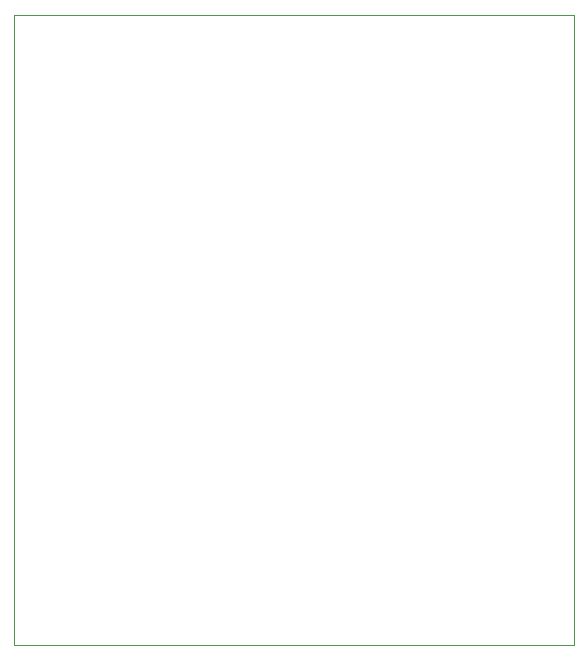
<source format=gbr>
%TF.GenerationSoftware,Altium Limited,Altium Designer,18.0.12 (696)*%
G04 Layer_Color=16711935*
%FSLAX26Y26*%
%MOIN*%
%TF.FileFunction,Keep-out,Top*%
%TF.Part,Single*%
G01*
G75*
%TA.AperFunction,NonConductor*%
%ADD21C,0.000000*%
D21*
X1000000Y1000000D02*
Y3099610D01*
X2866930D01*
Y1000000D02*
Y3099610D01*
X1000000Y1000000D02*
X2866930D01*
%TF.MD5,3bb3e0e6de0f296913ecdf70d117ecc2*%
M02*

</source>
